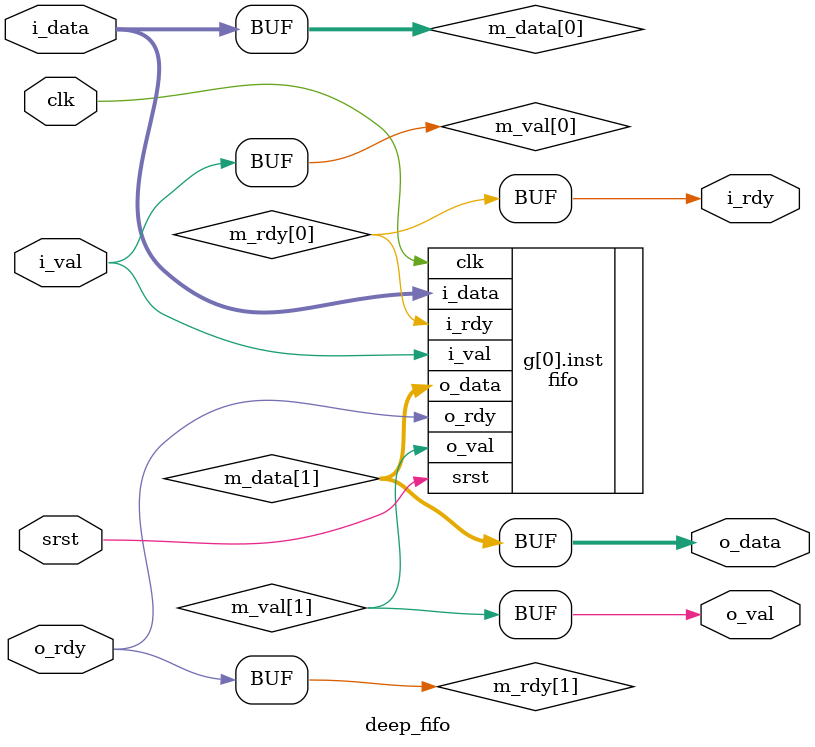
<source format=v>
module deep_fifo #(
   parameter WIDTH = 32,
   parameter DEPTH = 1 // unit: 1024
) (
   input clk,
   input srst,

   input i_val,
   output i_rdy,
   input [WIDTH-1:0] i_data,

   output o_val,
   input o_rdy,
   output [WIDTH-1:0] o_data
);

   wire m_val[DEPTH:0];
   wire m_rdy[DEPTH:0];
   wire [WIDTH-1:0] m_data[DEPTH:0];

   assign m_val[0] = i_val;
   assign o_val = m_val[DEPTH];
   assign m_rdy[DEPTH] = o_rdy;
   assign i_rdy = m_rdy[0];
   assign m_data[0] = i_data;
   assign o_data = m_data[DEPTH];

   genvar i;
   generate
      for (i = 0; i < DEPTH; i = i + 1) begin : g
         fifo #(
            .WIDTH (WIDTH)
         ) inst (
            .clk (clk),
            .srst (srst),
            .i_val (m_val[i]),
            .i_rdy (m_rdy[i]),
            .i_data (m_data[i]),
            .o_val (m_val[i+1]),
            .o_rdy (m_rdy[i+1]),
            .o_data (m_data[i+1])
         );
      end
   endgenerate

endmodule

</source>
